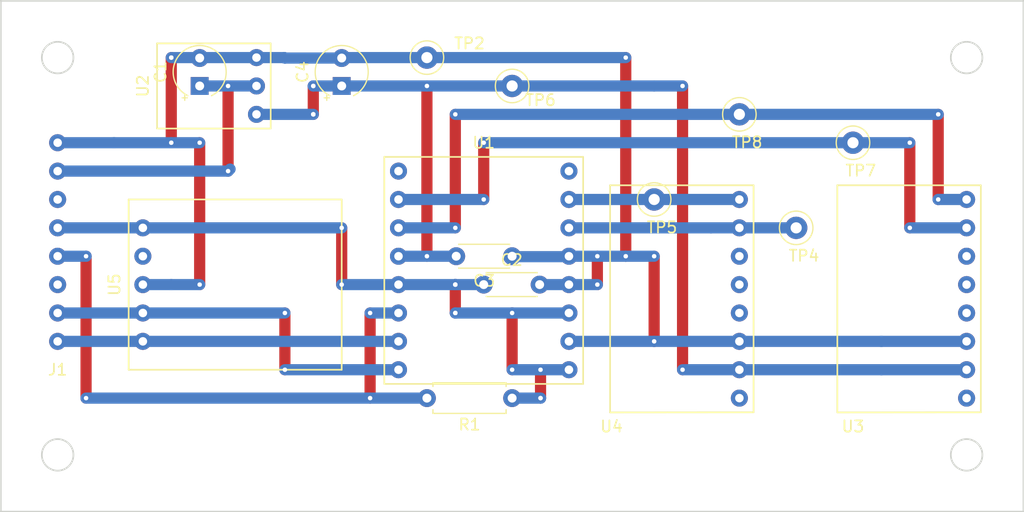
<source format=kicad_pcb>
(kicad_pcb (version 20171130) (host pcbnew "(5.0.1)-4")

  (general
    (thickness 1.6)
    (drawings 8)
    (tracks 145)
    (zones 0)
    (modules 17)
    (nets 25)
  )

  (page A4)
  (layers
    (0 F.Cu signal)
    (31 B.Cu signal)
    (32 B.Adhes user)
    (33 F.Adhes user)
    (34 B.Paste user)
    (35 F.Paste user)
    (36 B.SilkS user)
    (37 F.SilkS user)
    (38 B.Mask user)
    (39 F.Mask user)
    (40 Dwgs.User user)
    (41 Cmts.User user)
    (42 Eco1.User user)
    (43 Eco2.User user)
    (44 Edge.Cuts user)
    (45 Margin user)
    (46 B.CrtYd user)
    (47 F.CrtYd user)
    (48 B.Fab user)
    (49 F.Fab user)
  )

  (setup
    (last_trace_width 1)
    (user_trace_width 1)
    (trace_clearance 0.2)
    (zone_clearance 0.508)
    (zone_45_only no)
    (trace_min 0.2)
    (segment_width 0.2)
    (edge_width 0.15)
    (via_size 0.8)
    (via_drill 0.4)
    (via_min_size 0.4)
    (via_min_drill 0.3)
    (uvia_size 0.3)
    (uvia_drill 0.1)
    (uvias_allowed no)
    (uvia_min_size 0.2)
    (uvia_min_drill 0.1)
    (pcb_text_width 0.3)
    (pcb_text_size 1.5 1.5)
    (mod_edge_width 0.15)
    (mod_text_size 1 1)
    (mod_text_width 0.15)
    (pad_size 1.524 1.524)
    (pad_drill 0.762)
    (pad_to_mask_clearance 0.051)
    (solder_mask_min_width 0.25)
    (aux_axis_origin 0 0)
    (visible_elements 7FFFFFFF)
    (pcbplotparams
      (layerselection 0x010fc_ffffffff)
      (usegerberextensions false)
      (usegerberattributes false)
      (usegerberadvancedattributes false)
      (creategerberjobfile false)
      (excludeedgelayer true)
      (linewidth 0.100000)
      (plotframeref false)
      (viasonmask false)
      (mode 1)
      (useauxorigin false)
      (hpglpennumber 1)
      (hpglpenspeed 20)
      (hpglpendiameter 15.000000)
      (psnegative false)
      (psa4output false)
      (plotreference true)
      (plotvalue true)
      (plotinvisibletext false)
      (padsonsilk false)
      (subtractmaskfromsilk false)
      (outputformat 1)
      (mirror false)
      (drillshape 1)
      (scaleselection 1)
      (outputdirectory ""))
  )

  (net 0 "")
  (net 1 GND)
  (net 2 +3V3)
  (net 3 +3.3VA)
  (net 4 "Net-(J1-Pad3)")
  (net 5 /SCL)
  (net 6 /SDA)
  (net 7 "Net-(U1-Pad8)")
  (net 8 "Net-(U1-Pad9)")
  (net 9 "Net-(U3-Pad3)")
  (net 10 "Net-(U3-Pad4)")
  (net 11 "Net-(U3-Pad5)")
  (net 12 "Net-(U4-Pad5)")
  (net 13 "Net-(U4-Pad4)")
  (net 14 "Net-(U4-Pad3)")
  (net 15 "Net-(U5-Pad2)")
  (net 16 "Net-(J1-Pad6)")
  (net 17 /BAT)
  (net 18 /DRDY)
  (net 19 "Net-(U3-Pad8)")
  (net 20 "Net-(U4-Pad8)")
  (net 21 "Net-(TP4-Pad1)")
  (net 22 "Net-(TP5-Pad1)")
  (net 23 "Net-(TP7-Pad1)")
  (net 24 "Net-(TP8-Pad1)")

  (net_class Default "This is the default net class."
    (clearance 0.2)
    (trace_width 1)
    (via_dia 0.8)
    (via_drill 0.4)
    (uvia_dia 0.3)
    (uvia_drill 0.1)
    (add_net +3.3VA)
    (add_net +3V3)
    (add_net /BAT)
    (add_net /DRDY)
    (add_net /SCL)
    (add_net /SDA)
    (add_net GND)
    (add_net "Net-(J1-Pad3)")
    (add_net "Net-(J1-Pad6)")
    (add_net "Net-(TP4-Pad1)")
    (add_net "Net-(TP5-Pad1)")
    (add_net "Net-(TP7-Pad1)")
    (add_net "Net-(TP8-Pad1)")
    (add_net "Net-(U1-Pad8)")
    (add_net "Net-(U1-Pad9)")
    (add_net "Net-(U3-Pad3)")
    (add_net "Net-(U3-Pad4)")
    (add_net "Net-(U3-Pad5)")
    (add_net "Net-(U3-Pad8)")
    (add_net "Net-(U4-Pad3)")
    (add_net "Net-(U4-Pad4)")
    (add_net "Net-(U4-Pad5)")
    (add_net "Net-(U4-Pad8)")
    (add_net "Net-(U5-Pad2)")
  )

  (module Capacitor_THT:C_Disc_D4.3mm_W1.9mm_P5.00mm (layer F.Cu) (tedit 5AE50EF0) (tstamp 5D70E623)
    (at 76.2 63.5 180)
    (descr "C, Disc series, Radial, pin pitch=5.00mm, , diameter*width=4.3*1.9mm^2, Capacitor, http://www.vishay.com/docs/45233/krseries.pdf")
    (tags "C Disc series Radial pin pitch 5.00mm  diameter 4.3mm width 1.9mm Capacitor")
    (path /5CE780E6)
    (fp_text reference C3 (at 2.5 -2.2 180) (layer F.SilkS)
      (effects (font (size 1 1) (thickness 0.15)))
    )
    (fp_text value 0.1uF (at 2.5 2.2 180) (layer F.Fab)
      (effects (font (size 1 1) (thickness 0.15)))
    )
    (fp_text user %R (at 2.5 0 180) (layer F.Fab)
      (effects (font (size 0.86 0.86) (thickness 0.129)))
    )
    (fp_line (start 6.05 -1.2) (end -1.05 -1.2) (layer F.CrtYd) (width 0.05))
    (fp_line (start 6.05 1.2) (end 6.05 -1.2) (layer F.CrtYd) (width 0.05))
    (fp_line (start -1.05 1.2) (end 6.05 1.2) (layer F.CrtYd) (width 0.05))
    (fp_line (start -1.05 -1.2) (end -1.05 1.2) (layer F.CrtYd) (width 0.05))
    (fp_line (start 4.77 1.055) (end 4.77 1.07) (layer F.SilkS) (width 0.12))
    (fp_line (start 4.77 -1.07) (end 4.77 -1.055) (layer F.SilkS) (width 0.12))
    (fp_line (start 0.23 1.055) (end 0.23 1.07) (layer F.SilkS) (width 0.12))
    (fp_line (start 0.23 -1.07) (end 0.23 -1.055) (layer F.SilkS) (width 0.12))
    (fp_line (start 0.23 1.07) (end 4.77 1.07) (layer F.SilkS) (width 0.12))
    (fp_line (start 0.23 -1.07) (end 4.77 -1.07) (layer F.SilkS) (width 0.12))
    (fp_line (start 4.65 -0.95) (end 0.35 -0.95) (layer F.Fab) (width 0.1))
    (fp_line (start 4.65 0.95) (end 4.65 -0.95) (layer F.Fab) (width 0.1))
    (fp_line (start 0.35 0.95) (end 4.65 0.95) (layer F.Fab) (width 0.1))
    (fp_line (start 0.35 -0.95) (end 0.35 0.95) (layer F.Fab) (width 0.1))
    (pad 2 thru_hole circle (at 5 0 180) (size 1.6 1.6) (drill 0.8) (layers *.Cu *.Mask)
      (net 3 +3.3VA))
    (pad 1 thru_hole circle (at 0 0 180) (size 1.6 1.6) (drill 0.8) (layers *.Cu *.Mask)
      (net 1 GND))
    (model ${KISYS3DMOD}/Capacitor_THT.3dshapes/C_Disc_D4.3mm_W1.9mm_P5.00mm.wrl
      (at (xyz 0 0 0))
      (scale (xyz 1 1 1))
      (rotate (xyz 0 0 0))
    )
  )

  (module Capacitor_THT:C_Disc_D4.3mm_W1.9mm_P5.00mm (layer F.Cu) (tedit 5AE50EF0) (tstamp 5D70E60F)
    (at 73.66 66.04)
    (descr "C, Disc series, Radial, pin pitch=5.00mm, , diameter*width=4.3*1.9mm^2, Capacitor, http://www.vishay.com/docs/45233/krseries.pdf")
    (tags "C Disc series Radial pin pitch 5.00mm  diameter 4.3mm width 1.9mm Capacitor")
    (path /5C9D408F)
    (fp_text reference C2 (at 2.5 -2.2) (layer F.SilkS)
      (effects (font (size 1 1) (thickness 0.15)))
    )
    (fp_text value 0.1uF (at 2.5 1.27) (layer F.Fab)
      (effects (font (size 1 1) (thickness 0.15)))
    )
    (fp_text user %R (at 2.5 0) (layer F.Fab)
      (effects (font (size 0.86 0.86) (thickness 0.129)))
    )
    (fp_line (start 6.05 -1.2) (end -1.05 -1.2) (layer F.CrtYd) (width 0.05))
    (fp_line (start 6.05 1.2) (end 6.05 -1.2) (layer F.CrtYd) (width 0.05))
    (fp_line (start -1.05 1.2) (end 6.05 1.2) (layer F.CrtYd) (width 0.05))
    (fp_line (start -1.05 -1.2) (end -1.05 1.2) (layer F.CrtYd) (width 0.05))
    (fp_line (start 4.77 1.055) (end 4.77 1.07) (layer F.SilkS) (width 0.12))
    (fp_line (start 4.77 -1.07) (end 4.77 -1.055) (layer F.SilkS) (width 0.12))
    (fp_line (start 0.23 1.055) (end 0.23 1.07) (layer F.SilkS) (width 0.12))
    (fp_line (start 0.23 -1.07) (end 0.23 -1.055) (layer F.SilkS) (width 0.12))
    (fp_line (start 0.23 1.07) (end 4.77 1.07) (layer F.SilkS) (width 0.12))
    (fp_line (start 0.23 -1.07) (end 4.77 -1.07) (layer F.SilkS) (width 0.12))
    (fp_line (start 4.65 -0.95) (end 0.35 -0.95) (layer F.Fab) (width 0.1))
    (fp_line (start 4.65 0.95) (end 4.65 -0.95) (layer F.Fab) (width 0.1))
    (fp_line (start 0.35 0.95) (end 4.65 0.95) (layer F.Fab) (width 0.1))
    (fp_line (start 0.35 -0.95) (end 0.35 0.95) (layer F.Fab) (width 0.1))
    (pad 2 thru_hole circle (at 5 0) (size 1.6 1.6) (drill 0.8) (layers *.Cu *.Mask)
      (net 1 GND))
    (pad 1 thru_hole circle (at 0 0) (size 1.6 1.6) (drill 0.8) (layers *.Cu *.Mask)
      (net 2 +3V3))
    (model ${KISYS3DMOD}/Capacitor_THT.3dshapes/C_Disc_D4.3mm_W1.9mm_P5.00mm.wrl
      (at (xyz 0 0 0))
      (scale (xyz 1 1 1))
      (rotate (xyz 0 0 0))
    )
  )

  (module street_sense_footprints:RT9170_Module (layer F.Cu) (tedit 5D31F848) (tstamp 5D5784FE)
    (at 55.88 48.26 270)
    (path /5CDB8402)
    (fp_text reference U2 (at 0 12.7 270) (layer F.SilkS)
      (effects (font (size 1 1) (thickness 0.15)))
    )
    (fp_text value RT9170-3.3 (at 5.08 0 180) (layer F.Fab)
      (effects (font (size 1 1) (thickness 0.15)))
    )
    (fp_line (start -3.81 11.43) (end -3.81 1.27) (layer F.SilkS) (width 0.15))
    (fp_line (start 3.81 11.43) (end -3.81 11.43) (layer F.SilkS) (width 0.15))
    (fp_line (start 3.81 1.27) (end 3.81 11.43) (layer F.SilkS) (width 0.15))
    (fp_line (start -3.81 1.27) (end 3.81 1.27) (layer F.SilkS) (width 0.15))
    (pad 3 thru_hole circle (at 0 2.54 270) (size 1.524 1.524) (drill 0.762) (layers *.Cu *.Mask)
      (net 17 /BAT))
    (pad 2 thru_hole circle (at 2.54 2.54 270) (size 1.524 1.524) (drill 0.762) (layers *.Cu *.Mask)
      (net 3 +3.3VA))
    (pad 1 thru_hole circle (at -2.54 2.54 270) (size 1.524 1.524) (drill 0.762) (layers *.Cu *.Mask)
      (net 1 GND))
  )

  (module Capacitor_THT:CP_Radial_Tantal_D4.5mm_P2.50mm (layer F.Cu) (tedit 5AE50EF0) (tstamp 5D578488)
    (at 48.26 48.26 90)
    (descr "CP, Radial_Tantal series, Radial, pin pitch=2.50mm, , diameter=4.5mm, Tantal Electrolytic Capacitor, http://cdn-reichelt.de/documents/datenblatt/B300/TANTAL-TB-Serie%23.pdf")
    (tags "CP Radial_Tantal series Radial pin pitch 2.50mm  diameter 4.5mm Tantal Electrolytic Capacitor")
    (path /5CDC3887)
    (fp_text reference C1 (at 1.25 -3.5 90) (layer F.SilkS)
      (effects (font (size 1 1) (thickness 0.15)))
    )
    (fp_text value 10uF (at 5.08 0) (layer F.Fab)
      (effects (font (size 1 1) (thickness 0.15)))
    )
    (fp_text user %R (at -2.54 0) (layer F.Fab)
      (effects (font (size 0.9 0.9) (thickness 0.135)))
    )
    (fp_line (start -1.062288 -1.56) (end -1.062288 -1.11) (layer F.SilkS) (width 0.12))
    (fp_line (start -1.287288 -1.335) (end -0.837288 -1.335) (layer F.SilkS) (width 0.12))
    (fp_line (start -0.44308 -1.2025) (end -0.44308 -0.7525) (layer F.Fab) (width 0.1))
    (fp_line (start -0.66808 -0.9775) (end -0.21808 -0.9775) (layer F.Fab) (width 0.1))
    (fp_circle (center 1.25 0) (end 3.78 0) (layer F.CrtYd) (width 0.05))
    (fp_circle (center 1.25 0) (end 3.5 0) (layer F.Fab) (width 0.1))
    (fp_arc (start 1.25 0) (end -0.869741 -1.06) (angle 306.864288) (layer F.SilkS) (width 0.12))
    (pad 2 thru_hole circle (at 2.5 0 90) (size 1.6 1.6) (drill 0.8) (layers *.Cu *.Mask)
      (net 1 GND))
    (pad 1 thru_hole rect (at 0 0 90) (size 1.6 1.6) (drill 0.8) (layers *.Cu *.Mask)
      (net 17 /BAT))
    (model ${KISYS3DMOD}/Capacitor_THT.3dshapes/CP_Radial_Tantal_D4.5mm_P2.50mm.wrl
      (at (xyz 0 0 0))
      (scale (xyz 1 1 1))
      (rotate (xyz 0 0 0))
    )
  )

  (module Capacitor_THT:CP_Radial_Tantal_D4.5mm_P2.50mm (layer F.Cu) (tedit 5AE50EF0) (tstamp 5D5784B8)
    (at 60.96 48.26 90)
    (descr "CP, Radial_Tantal series, Radial, pin pitch=2.50mm, , diameter=4.5mm, Tantal Electrolytic Capacitor, http://cdn-reichelt.de/documents/datenblatt/B300/TANTAL-TB-Serie%23.pdf")
    (tags "CP Radial_Tantal series Radial pin pitch 2.50mm  diameter 4.5mm Tantal Electrolytic Capacitor")
    (path /5CDC93B5)
    (fp_text reference C4 (at 1.25 -3.5 90) (layer F.SilkS)
      (effects (font (size 1 1) (thickness 0.15)))
    )
    (fp_text value 10uF (at 5.08 0) (layer F.Fab)
      (effects (font (size 1 1) (thickness 0.15)))
    )
    (fp_text user %R (at -2.54 0) (layer F.Fab)
      (effects (font (size 0.9 0.9) (thickness 0.135)))
    )
    (fp_line (start -1.062288 -1.56) (end -1.062288 -1.11) (layer F.SilkS) (width 0.12))
    (fp_line (start -1.287288 -1.335) (end -0.837288 -1.335) (layer F.SilkS) (width 0.12))
    (fp_line (start -0.44308 -1.2025) (end -0.44308 -0.7525) (layer F.Fab) (width 0.1))
    (fp_line (start -0.66808 -0.9775) (end -0.21808 -0.9775) (layer F.Fab) (width 0.1))
    (fp_circle (center 1.25 0) (end 3.78 0) (layer F.CrtYd) (width 0.05))
    (fp_circle (center 1.25 0) (end 3.5 0) (layer F.Fab) (width 0.1))
    (fp_arc (start 1.25 0) (end -0.869741 -1.06) (angle 306.864288) (layer F.SilkS) (width 0.12))
    (pad 2 thru_hole circle (at 2.5 0 90) (size 1.6 1.6) (drill 0.8) (layers *.Cu *.Mask)
      (net 1 GND))
    (pad 1 thru_hole rect (at 0 0 90) (size 1.6 1.6) (drill 0.8) (layers *.Cu *.Mask)
      (net 3 +3.3VA))
    (model ${KISYS3DMOD}/Capacitor_THT.3dshapes/CP_Radial_Tantal_D4.5mm_P2.50mm.wrl
      (at (xyz 0 0 0))
      (scale (xyz 1 1 1))
      (rotate (xyz 0 0 0))
    )
  )

  (module street_sense_footprints:connector_8pin (layer F.Cu) (tedit 5D2FF736) (tstamp 5D5784C4)
    (at 35.56 50.8)
    (path /5D4CE359)
    (fp_text reference J1 (at 0 22.86) (layer F.SilkS)
      (effects (font (size 1 1) (thickness 0.15)))
    )
    (fp_text value Conn_01x08 (at 0 -0.5) (layer F.Fab)
      (effects (font (size 1 1) (thickness 0.15)))
    )
    (pad 8 thru_hole circle (at 0 20.32) (size 1.524 1.524) (drill 0.762) (layers *.Cu *.Mask)
      (net 6 /SDA))
    (pad 7 thru_hole circle (at 0 17.78) (size 1.524 1.524) (drill 0.762) (layers *.Cu *.Mask)
      (net 5 /SCL))
    (pad 6 thru_hole circle (at 0 15.24) (size 1.524 1.524) (drill 0.762) (layers *.Cu *.Mask)
      (net 16 "Net-(J1-Pad6)"))
    (pad 5 thru_hole circle (at 0 12.7) (size 1.524 1.524) (drill 0.762) (layers *.Cu *.Mask)
      (net 18 /DRDY))
    (pad 4 thru_hole circle (at 0 10.16) (size 1.524 1.524) (drill 0.762) (layers *.Cu *.Mask)
      (net 2 +3V3))
    (pad 3 thru_hole circle (at 0 7.62) (size 1.524 1.524) (drill 0.762) (layers *.Cu *.Mask)
      (net 4 "Net-(J1-Pad3)"))
    (pad 2 thru_hole circle (at 0 5.08) (size 1.524 1.524) (drill 0.762) (layers *.Cu *.Mask)
      (net 17 /BAT))
    (pad 1 thru_hole circle (at 0 2.54) (size 1.524 1.524) (drill 0.762) (layers *.Cu *.Mask)
      (net 1 GND))
  )

  (module Resistor_THT:R_Axial_DIN0207_L6.3mm_D2.5mm_P7.62mm_Horizontal (layer F.Cu) (tedit 5AE5139B) (tstamp 5D5784DB)
    (at 76.2 76.2 180)
    (descr "Resistor, Axial_DIN0207 series, Axial, Horizontal, pin pitch=7.62mm, 0.25W = 1/4W, length*diameter=6.3*2.5mm^2, http://cdn-reichelt.de/documents/datenblatt/B400/1_4W%23YAG.pdf")
    (tags "Resistor Axial_DIN0207 series Axial Horizontal pin pitch 7.62mm 0.25W = 1/4W length 6.3mm diameter 2.5mm")
    (path /5CF0F516)
    (fp_text reference R1 (at 3.81 -2.37 180) (layer F.SilkS)
      (effects (font (size 1 1) (thickness 0.15)))
    )
    (fp_text value 4.7k (at 3.81 2.37 180) (layer F.Fab)
      (effects (font (size 1 1) (thickness 0.15)))
    )
    (fp_text user %R (at 3.81 0 180) (layer F.Fab)
      (effects (font (size 1 1) (thickness 0.15)))
    )
    (fp_line (start 8.67 -1.5) (end -1.05 -1.5) (layer F.CrtYd) (width 0.05))
    (fp_line (start 8.67 1.5) (end 8.67 -1.5) (layer F.CrtYd) (width 0.05))
    (fp_line (start -1.05 1.5) (end 8.67 1.5) (layer F.CrtYd) (width 0.05))
    (fp_line (start -1.05 -1.5) (end -1.05 1.5) (layer F.CrtYd) (width 0.05))
    (fp_line (start 7.08 1.37) (end 7.08 1.04) (layer F.SilkS) (width 0.12))
    (fp_line (start 0.54 1.37) (end 7.08 1.37) (layer F.SilkS) (width 0.12))
    (fp_line (start 0.54 1.04) (end 0.54 1.37) (layer F.SilkS) (width 0.12))
    (fp_line (start 7.08 -1.37) (end 7.08 -1.04) (layer F.SilkS) (width 0.12))
    (fp_line (start 0.54 -1.37) (end 7.08 -1.37) (layer F.SilkS) (width 0.12))
    (fp_line (start 0.54 -1.04) (end 0.54 -1.37) (layer F.SilkS) (width 0.12))
    (fp_line (start 7.62 0) (end 6.96 0) (layer F.Fab) (width 0.1))
    (fp_line (start 0 0) (end 0.66 0) (layer F.Fab) (width 0.1))
    (fp_line (start 6.96 -1.25) (end 0.66 -1.25) (layer F.Fab) (width 0.1))
    (fp_line (start 6.96 1.25) (end 6.96 -1.25) (layer F.Fab) (width 0.1))
    (fp_line (start 0.66 1.25) (end 6.96 1.25) (layer F.Fab) (width 0.1))
    (fp_line (start 0.66 -1.25) (end 0.66 1.25) (layer F.Fab) (width 0.1))
    (pad 2 thru_hole oval (at 7.62 0 180) (size 1.6 1.6) (drill 0.8) (layers *.Cu *.Mask)
      (net 18 /DRDY))
    (pad 1 thru_hole circle (at 0 0 180) (size 1.6 1.6) (drill 0.8) (layers *.Cu *.Mask)
      (net 2 +3V3))
    (model ${KISYS3DMOD}/Resistor_THT.3dshapes/R_Axial_DIN0207_L6.3mm_D2.5mm_P7.62mm_Horizontal.wrl
      (at (xyz 0 0 0))
      (scale (xyz 1 1 1))
      (rotate (xyz 0 0 0))
    )
  )

  (module street_sense_footprints:ADS1219_Module (layer F.Cu) (tedit 5D31F715) (tstamp 5D5784F3)
    (at 76.2 76.2 180)
    (path /5C904167)
    (fp_text reference U1 (at 2.54 22.86 180) (layer F.SilkS)
      (effects (font (size 1 1) (thickness 0.15)))
    )
    (fp_text value ADS1219 (at 10.16 22.86 180) (layer F.Fab)
      (effects (font (size 1 1) (thickness 0.15)))
    )
    (fp_line (start -6.35 21.59) (end -6.35 1.27) (layer F.SilkS) (width 0.15))
    (fp_line (start 11.43 21.59) (end -6.35 21.59) (layer F.SilkS) (width 0.15))
    (fp_line (start 11.43 1.27) (end 11.43 21.59) (layer F.SilkS) (width 0.15))
    (fp_line (start -6.35 1.27) (end 11.43 1.27) (layer F.SilkS) (width 0.15))
    (pad 16 thru_hole circle (at 10.16 2.54 180) (size 1.524 1.524) (drill 0.762) (layers *.Cu *.Mask)
      (net 5 /SCL))
    (pad 15 thru_hole circle (at 10.16 5.08 180) (size 1.524 1.524) (drill 0.762) (layers *.Cu *.Mask)
      (net 6 /SDA))
    (pad 14 thru_hole circle (at 10.16 7.62 180) (size 1.524 1.524) (drill 0.762) (layers *.Cu *.Mask)
      (net 18 /DRDY))
    (pad 13 thru_hole circle (at 10.16 10.16 180) (size 1.524 1.524) (drill 0.762) (layers *.Cu *.Mask)
      (net 2 +3V3))
    (pad 12 thru_hole circle (at 10.16 12.7 180) (size 1.524 1.524) (drill 0.762) (layers *.Cu *.Mask)
      (net 3 +3.3VA))
    (pad 11 thru_hole circle (at 10.16 15.24 180) (size 1.524 1.524) (drill 0.762) (layers *.Cu *.Mask)
      (net 24 "Net-(TP8-Pad1)"))
    (pad 10 thru_hole circle (at 10.16 17.78 180) (size 1.524 1.524) (drill 0.762) (layers *.Cu *.Mask)
      (net 23 "Net-(TP7-Pad1)"))
    (pad 9 thru_hole circle (at 10.16 20.32 180) (size 1.524 1.524) (drill 0.762) (layers *.Cu *.Mask)
      (net 8 "Net-(U1-Pad9)"))
    (pad 8 thru_hole circle (at -5.08 20.32 180) (size 1.524 1.524) (drill 0.762) (layers *.Cu *.Mask)
      (net 7 "Net-(U1-Pad8)"))
    (pad 7 thru_hole circle (at -5.08 17.78 180) (size 1.524 1.524) (drill 0.762) (layers *.Cu *.Mask)
      (net 22 "Net-(TP5-Pad1)"))
    (pad 6 thru_hole circle (at -5.08 15.24 180) (size 1.524 1.524) (drill 0.762) (layers *.Cu *.Mask)
      (net 21 "Net-(TP4-Pad1)"))
    (pad 5 thru_hole circle (at -5.08 12.7 180) (size 1.524 1.524) (drill 0.762) (layers *.Cu *.Mask)
      (net 1 GND))
    (pad 4 thru_hole circle (at -5.08 10.16 180) (size 1.524 1.524) (drill 0.762) (layers *.Cu *.Mask)
      (net 1 GND))
    (pad 3 thru_hole circle (at -5.08 7.62 180) (size 1.524 1.524) (drill 0.762) (layers *.Cu *.Mask)
      (net 2 +3V3))
    (pad 2 thru_hole circle (at -5.08 5.08 180) (size 1.524 1.524) (drill 0.762) (layers *.Cu *.Mask)
      (net 1 GND))
    (pad 1 thru_hole circle (at -5.08 2.54 180) (size 1.524 1.524) (drill 0.762) (layers *.Cu *.Mask)
      (net 2 +3V3))
  )

  (module street_sense_footprints:Spec_Sensor_ULPSM_Module (layer F.Cu) (tedit 5D3234BA) (tstamp 5D57850E)
    (at 119.38 68.58 270)
    (path /5C65D94F)
    (fp_text reference U3 (at 10.16 12.7 180) (layer F.SilkS)
      (effects (font (size 1 1) (thickness 0.15)))
    )
    (fp_text value ULPSM-O3 (at 10.42 7.38 180) (layer F.Fab)
      (effects (font (size 1 1) (thickness 0.15)))
    )
    (fp_line (start -11.43 14.11) (end -11.43 1.27) (layer F.SilkS) (width 0.15))
    (fp_line (start 8.9 14.1) (end -11.42 14.1) (layer F.SilkS) (width 0.15))
    (fp_line (start 8.89 1.27) (end 8.9 14.1) (layer F.SilkS) (width 0.15))
    (fp_line (start -11.43 1.27) (end 8.89 1.27) (layer F.SilkS) (width 0.15))
    (pad 8 thru_hole circle (at 7.62 2.54 270) (size 1.524 1.524) (drill 0.762) (layers *.Cu *.Mask)
      (net 19 "Net-(U3-Pad8)"))
    (pad 7 thru_hole circle (at 5.08 2.54 270) (size 1.524 1.524) (drill 0.762) (layers *.Cu *.Mask)
      (net 3 +3.3VA))
    (pad 6 thru_hole circle (at 2.54 2.54 270) (size 1.524 1.524) (drill 0.762) (layers *.Cu *.Mask)
      (net 1 GND))
    (pad 5 thru_hole circle (at 0 2.54 270) (size 1.524 1.524) (drill 0.762) (layers *.Cu *.Mask)
      (net 11 "Net-(U3-Pad5)"))
    (pad 4 thru_hole circle (at -2.54 2.54 270) (size 1.524 1.524) (drill 0.762) (layers *.Cu *.Mask)
      (net 10 "Net-(U3-Pad4)"))
    (pad 3 thru_hole circle (at -5.08 2.54 270) (size 1.524 1.524) (drill 0.762) (layers *.Cu *.Mask)
      (net 9 "Net-(U3-Pad3)"))
    (pad 2 thru_hole circle (at -7.62 2.54 270) (size 1.524 1.524) (drill 0.762) (layers *.Cu *.Mask)
      (net 23 "Net-(TP7-Pad1)"))
    (pad 1 thru_hole circle (at -10.16 2.54 270) (size 1.524 1.524) (drill 0.762) (layers *.Cu *.Mask)
      (net 24 "Net-(TP8-Pad1)"))
  )

  (module street_sense_footprints:Spec_Sensor_ULPSM_Module (layer F.Cu) (tedit 5D3234BA) (tstamp 5D57851E)
    (at 99.06 68.58 270)
    (path /5C65DB1D)
    (fp_text reference U4 (at 10.16 13.97 180) (layer F.SilkS)
      (effects (font (size 1 1) (thickness 0.15)))
    )
    (fp_text value ULPSM-NO2 (at 10.42 7.06 180) (layer F.Fab)
      (effects (font (size 1 1) (thickness 0.15)))
    )
    (fp_line (start -11.43 14.11) (end -11.43 1.27) (layer F.SilkS) (width 0.15))
    (fp_line (start 8.9 14.1) (end -11.42 14.1) (layer F.SilkS) (width 0.15))
    (fp_line (start 8.89 1.27) (end 8.9 14.1) (layer F.SilkS) (width 0.15))
    (fp_line (start -11.43 1.27) (end 8.89 1.27) (layer F.SilkS) (width 0.15))
    (pad 8 thru_hole circle (at 7.62 2.54 270) (size 1.524 1.524) (drill 0.762) (layers *.Cu *.Mask)
      (net 20 "Net-(U4-Pad8)"))
    (pad 7 thru_hole circle (at 5.08 2.54 270) (size 1.524 1.524) (drill 0.762) (layers *.Cu *.Mask)
      (net 3 +3.3VA))
    (pad 6 thru_hole circle (at 2.54 2.54 270) (size 1.524 1.524) (drill 0.762) (layers *.Cu *.Mask)
      (net 1 GND))
    (pad 5 thru_hole circle (at 0 2.54 270) (size 1.524 1.524) (drill 0.762) (layers *.Cu *.Mask)
      (net 12 "Net-(U4-Pad5)"))
    (pad 4 thru_hole circle (at -2.54 2.54 270) (size 1.524 1.524) (drill 0.762) (layers *.Cu *.Mask)
      (net 13 "Net-(U4-Pad4)"))
    (pad 3 thru_hole circle (at -5.08 2.54 270) (size 1.524 1.524) (drill 0.762) (layers *.Cu *.Mask)
      (net 14 "Net-(U4-Pad3)"))
    (pad 2 thru_hole circle (at -7.62 2.54 270) (size 1.524 1.524) (drill 0.762) (layers *.Cu *.Mask)
      (net 21 "Net-(TP4-Pad1)"))
    (pad 1 thru_hole circle (at -10.16 2.54 270) (size 1.524 1.524) (drill 0.762) (layers *.Cu *.Mask)
      (net 22 "Net-(TP5-Pad1)"))
  )

  (module street_sense_footprints:Si7021_Module (layer F.Cu) (tedit 5D31FFCF) (tstamp 5D57852B)
    (at 53.34 66.04 270)
    (path /5C99F1F0)
    (fp_text reference U5 (at 0 12.7 270) (layer F.SilkS)
      (effects (font (size 1 1) (thickness 0.15)))
    )
    (fp_text value Si7021_Module (at 8.57 2.45 180) (layer F.Fab)
      (effects (font (size 1 1) (thickness 0.15)))
    )
    (fp_line (start -7.62 -7.62) (end -7.62 11.43) (layer F.SilkS) (width 0.15))
    (fp_line (start 7.62 -7.62) (end -7.62 -7.62) (layer F.SilkS) (width 0.15))
    (fp_line (start 7.62 11.43) (end 7.62 -7.62) (layer F.SilkS) (width 0.15))
    (fp_line (start -7.62 11.43) (end 7.62 11.43) (layer F.SilkS) (width 0.15))
    (pad 5 thru_hole circle (at 5.08 10.16 270) (size 1.524 1.524) (drill 0.762) (layers *.Cu *.Mask)
      (net 6 /SDA))
    (pad 4 thru_hole circle (at 2.54 10.16 270) (size 1.524 1.524) (drill 0.762) (layers *.Cu *.Mask)
      (net 5 /SCL))
    (pad 3 thru_hole circle (at 0 10.16 270) (size 1.524 1.524) (drill 0.762) (layers *.Cu *.Mask)
      (net 1 GND))
    (pad 2 thru_hole circle (at -2.54 10.16 270) (size 1.524 1.524) (drill 0.762) (layers *.Cu *.Mask)
      (net 15 "Net-(U5-Pad2)"))
    (pad 1 thru_hole circle (at -5.08 10.16 270) (size 1.524 1.524) (drill 0.762) (layers *.Cu *.Mask)
      (net 2 +3V3))
  )

  (module TestPoint:TestPoint_Loop_D2.50mm_Drill1.0mm (layer F.Cu) (tedit 5A0F774F) (tstamp 5D7E08E9)
    (at 68.58 45.72)
    (descr "wire loop as test point, loop diameter 2.5mm, hole diameter 1.0mm")
    (tags "test point wire loop bead")
    (path /5D32CD30)
    (fp_text reference TP2 (at 3.81 -1.27) (layer F.SilkS)
      (effects (font (size 1 1) (thickness 0.15)))
    )
    (fp_text value TestPoint (at 0 -3.81) (layer F.Fab)
      (effects (font (size 1 1) (thickness 0.15)))
    )
    (fp_line (start -1.3 -0.2) (end -1.3 0.2) (layer F.Fab) (width 0.12))
    (fp_line (start -1.3 0.2) (end 1.3 0.2) (layer F.Fab) (width 0.12))
    (fp_line (start 1.3 0.2) (end 1.3 -0.2) (layer F.Fab) (width 0.12))
    (fp_line (start 1.3 -0.2) (end -1.3 -0.2) (layer F.Fab) (width 0.12))
    (fp_circle (center 0 0) (end 1.8 0) (layer F.CrtYd) (width 0.05))
    (fp_circle (center 0 0) (end 1.5 0) (layer F.SilkS) (width 0.12))
    (fp_text user %R (at 0 -2.54) (layer F.Fab)
      (effects (font (size 1 1) (thickness 0.15)))
    )
    (pad 1 thru_hole circle (at 0 0) (size 2 2) (drill 1) (layers *.Cu *.Mask)
      (net 1 GND))
    (model ${KISYS3DMOD}/TestPoint.3dshapes/TestPoint_Loop_D2.50mm_Drill1.0mm.wrl
      (at (xyz 0 0 0))
      (scale (xyz 1 1 1))
      (rotate (xyz 0 0 0))
    )
  )

  (module TestPoint:TestPoint_Loop_D2.50mm_Drill1.0mm (layer F.Cu) (tedit 5A0F774F) (tstamp 5D7E0901)
    (at 101.6 60.96)
    (descr "wire loop as test point, loop diameter 2.5mm, hole diameter 1.0mm")
    (tags "test point wire loop bead")
    (path /5D327569)
    (fp_text reference TP4 (at 0.7 2.5) (layer F.SilkS)
      (effects (font (size 1 1) (thickness 0.15)))
    )
    (fp_text value TestPoint (at 0 -3.81) (layer F.Fab)
      (effects (font (size 1 1) (thickness 0.15)))
    )
    (fp_line (start -1.3 -0.2) (end -1.3 0.2) (layer F.Fab) (width 0.12))
    (fp_line (start -1.3 0.2) (end 1.3 0.2) (layer F.Fab) (width 0.12))
    (fp_line (start 1.3 0.2) (end 1.3 -0.2) (layer F.Fab) (width 0.12))
    (fp_line (start 1.3 -0.2) (end -1.3 -0.2) (layer F.Fab) (width 0.12))
    (fp_circle (center 0 0) (end 1.8 0) (layer F.CrtYd) (width 0.05))
    (fp_circle (center 0 0) (end 1.5 0) (layer F.SilkS) (width 0.12))
    (fp_text user %R (at 0 -2.54) (layer F.Fab)
      (effects (font (size 1 1) (thickness 0.15)))
    )
    (pad 1 thru_hole circle (at 0 0) (size 2 2) (drill 1) (layers *.Cu *.Mask)
      (net 21 "Net-(TP4-Pad1)"))
    (model ${KISYS3DMOD}/TestPoint.3dshapes/TestPoint_Loop_D2.50mm_Drill1.0mm.wrl
      (at (xyz 0 0 0))
      (scale (xyz 1 1 1))
      (rotate (xyz 0 0 0))
    )
  )

  (module TestPoint:TestPoint_Loop_D2.50mm_Drill1.0mm (layer F.Cu) (tedit 5A0F774F) (tstamp 5D7E090D)
    (at 88.9 58.42)
    (descr "wire loop as test point, loop diameter 2.5mm, hole diameter 1.0mm")
    (tags "test point wire loop bead")
    (path /5D3273D8)
    (fp_text reference TP5 (at 0.7 2.5) (layer F.SilkS)
      (effects (font (size 1 1) (thickness 0.15)))
    )
    (fp_text value TestPoint (at 0 -3.81) (layer F.Fab)
      (effects (font (size 1 1) (thickness 0.15)))
    )
    (fp_text user %R (at 0 -2.54) (layer F.Fab)
      (effects (font (size 1 1) (thickness 0.15)))
    )
    (fp_circle (center 0 0) (end 1.5 0) (layer F.SilkS) (width 0.12))
    (fp_circle (center 0 0) (end 1.8 0) (layer F.CrtYd) (width 0.05))
    (fp_line (start 1.3 -0.2) (end -1.3 -0.2) (layer F.Fab) (width 0.12))
    (fp_line (start 1.3 0.2) (end 1.3 -0.2) (layer F.Fab) (width 0.12))
    (fp_line (start -1.3 0.2) (end 1.3 0.2) (layer F.Fab) (width 0.12))
    (fp_line (start -1.3 -0.2) (end -1.3 0.2) (layer F.Fab) (width 0.12))
    (pad 1 thru_hole circle (at 0 0) (size 2 2) (drill 1) (layers *.Cu *.Mask)
      (net 22 "Net-(TP5-Pad1)"))
    (model ${KISYS3DMOD}/TestPoint.3dshapes/TestPoint_Loop_D2.50mm_Drill1.0mm.wrl
      (at (xyz 0 0 0))
      (scale (xyz 1 1 1))
      (rotate (xyz 0 0 0))
    )
  )

  (module TestPoint:TestPoint_Loop_D2.50mm_Drill1.0mm (layer F.Cu) (tedit 5A0F774F) (tstamp 5D7E0919)
    (at 76.2 48.26)
    (descr "wire loop as test point, loop diameter 2.5mm, hole diameter 1.0mm")
    (tags "test point wire loop bead")
    (path /5D327912)
    (fp_text reference TP6 (at 2.54 1.27) (layer F.SilkS)
      (effects (font (size 1 1) (thickness 0.15)))
    )
    (fp_text value TestPoint (at 0 -5.08) (layer F.Fab)
      (effects (font (size 1 1) (thickness 0.15)))
    )
    (fp_text user %R (at 0 -3.81) (layer F.Fab)
      (effects (font (size 1 1) (thickness 0.15)))
    )
    (fp_circle (center 0 0) (end 1.5 0) (layer F.SilkS) (width 0.12))
    (fp_circle (center 0 0) (end 1.8 0) (layer F.CrtYd) (width 0.05))
    (fp_line (start 1.3 -0.2) (end -1.3 -0.2) (layer F.Fab) (width 0.12))
    (fp_line (start 1.3 0.2) (end 1.3 -0.2) (layer F.Fab) (width 0.12))
    (fp_line (start -1.3 0.2) (end 1.3 0.2) (layer F.Fab) (width 0.12))
    (fp_line (start -1.3 -0.2) (end -1.3 0.2) (layer F.Fab) (width 0.12))
    (pad 1 thru_hole circle (at 0 0) (size 2 2) (drill 1) (layers *.Cu *.Mask)
      (net 3 +3.3VA))
    (model ${KISYS3DMOD}/TestPoint.3dshapes/TestPoint_Loop_D2.50mm_Drill1.0mm.wrl
      (at (xyz 0 0 0))
      (scale (xyz 1 1 1))
      (rotate (xyz 0 0 0))
    )
  )

  (module TestPoint:TestPoint_Loop_D2.50mm_Drill1.0mm (layer F.Cu) (tedit 5A0F774F) (tstamp 5D7E0925)
    (at 106.68 53.34)
    (descr "wire loop as test point, loop diameter 2.5mm, hole diameter 1.0mm")
    (tags "test point wire loop bead")
    (path /5D3276FB)
    (fp_text reference TP7 (at 0.7 2.5) (layer F.SilkS)
      (effects (font (size 1 1) (thickness 0.15)))
    )
    (fp_text value TestPoint (at -1.27 -6.35) (layer F.Fab)
      (effects (font (size 1 1) (thickness 0.15)))
    )
    (fp_line (start -1.3 -0.2) (end -1.3 0.2) (layer F.Fab) (width 0.12))
    (fp_line (start -1.3 0.2) (end 1.3 0.2) (layer F.Fab) (width 0.12))
    (fp_line (start 1.3 0.2) (end 1.3 -0.2) (layer F.Fab) (width 0.12))
    (fp_line (start 1.3 -0.2) (end -1.3 -0.2) (layer F.Fab) (width 0.12))
    (fp_circle (center 0 0) (end 1.8 0) (layer F.CrtYd) (width 0.05))
    (fp_circle (center 0 0) (end 1.5 0) (layer F.SilkS) (width 0.12))
    (fp_text user %R (at 0 -5.08) (layer F.Fab)
      (effects (font (size 1 1) (thickness 0.15)))
    )
    (pad 1 thru_hole circle (at 0 0) (size 2 2) (drill 1) (layers *.Cu *.Mask)
      (net 23 "Net-(TP7-Pad1)"))
    (model ${KISYS3DMOD}/TestPoint.3dshapes/TestPoint_Loop_D2.50mm_Drill1.0mm.wrl
      (at (xyz 0 0 0))
      (scale (xyz 1 1 1))
      (rotate (xyz 0 0 0))
    )
  )

  (module TestPoint:TestPoint_Loop_D2.50mm_Drill1.0mm (layer F.Cu) (tedit 5A0F774F) (tstamp 5D7E0931)
    (at 96.52 50.8)
    (descr "wire loop as test point, loop diameter 2.5mm, hole diameter 1.0mm")
    (tags "test point wire loop bead")
    (path /5D327640)
    (fp_text reference TP8 (at 0.7 2.5) (layer F.SilkS)
      (effects (font (size 1 1) (thickness 0.15)))
    )
    (fp_text value TestPoint (at 0 -3.81) (layer F.Fab)
      (effects (font (size 1 1) (thickness 0.15)))
    )
    (fp_text user %R (at 0 -2.54) (layer F.Fab)
      (effects (font (size 1 1) (thickness 0.15)))
    )
    (fp_circle (center 0 0) (end 1.5 0) (layer F.SilkS) (width 0.12))
    (fp_circle (center 0 0) (end 1.8 0) (layer F.CrtYd) (width 0.05))
    (fp_line (start 1.3 -0.2) (end -1.3 -0.2) (layer F.Fab) (width 0.12))
    (fp_line (start 1.3 0.2) (end 1.3 -0.2) (layer F.Fab) (width 0.12))
    (fp_line (start -1.3 0.2) (end 1.3 0.2) (layer F.Fab) (width 0.12))
    (fp_line (start -1.3 -0.2) (end -1.3 0.2) (layer F.Fab) (width 0.12))
    (pad 1 thru_hole circle (at 0 0) (size 2 2) (drill 1) (layers *.Cu *.Mask)
      (net 24 "Net-(TP8-Pad1)"))
    (model ${KISYS3DMOD}/TestPoint.3dshapes/TestPoint_Loop_D2.50mm_Drill1.0mm.wrl
      (at (xyz 0 0 0))
      (scale (xyz 1 1 1))
      (rotate (xyz 0 0 0))
    )
  )

  (gr_line (start 121.92 40.64) (end 30.48 40.64) (layer Edge.Cuts) (width 0.15))
  (gr_circle (center 35.56 45.72) (end 36.974214 45.72) (layer Edge.Cuts) (width 0.15) (tstamp 5D7139C5))
  (gr_circle (center 35.56 81.28) (end 36.974214 81.28) (layer Edge.Cuts) (width 0.15) (tstamp 5D7139C3))
  (gr_circle (center 116.84 45.72) (end 115.84 46.72) (layer Edge.Cuts) (width 0.15))
  (gr_circle (center 116.84 81.28) (end 118.254214 81.28) (layer Edge.Cuts) (width 0.15))
  (gr_line (start 121.92 40.64) (end 121.92 86.36) (layer Edge.Cuts) (width 0.15))
  (gr_line (start 30.48 86.36) (end 30.48 40.64) (layer Edge.Cuts) (width 0.15))
  (gr_line (start 121.92 86.36) (end 30.48 86.36) (layer Edge.Cuts) (width 0.15))

  (via (at 81.28 66.04) (size 0.8) (drill 0.4) (layers F.Cu B.Cu) (net 1))
  (via (at 83.82 66.04) (size 0.8) (drill 0.4) (layers F.Cu B.Cu) (net 1))
  (segment (start 83.82 66.04) (end 81.28 66.04) (width 1) (layer B.Cu) (net 1))
  (segment (start 81.24 63.54) (end 81.28 63.5) (width 1) (layer B.Cu) (net 1))
  (segment (start 76.2 63.54) (end 81.24 63.54) (width 1) (layer B.Cu) (net 1))
  (segment (start 76.2 63.5) (end 76.2 63.54) (width 1) (layer B.Cu) (net 1))
  (segment (start 83.82 63.5) (end 83.82 66.04) (width 1) (layer F.Cu) (net 1))
  (via (at 83.82 63.5) (size 0.8) (drill 0.4) (layers F.Cu B.Cu) (net 1))
  (segment (start 81.28 66.04) (end 78.7 66.04) (width 1) (layer B.Cu) (net 1))
  (segment (start 86.36 63.5) (end 86.36 63.5) (width 1) (layer B.Cu) (net 1))
  (segment (start 86.36 63.5) (end 81.28 63.5) (width 1) (layer B.Cu) (net 1) (tstamp 5D6418EB))
  (via (at 86.36 63.5) (size 0.8) (drill 0.4) (layers F.Cu B.Cu) (net 1))
  (via (at 88.9 71.12) (size 0.8) (drill 0.4) (layers F.Cu B.Cu) (net 1))
  (segment (start 88.9 71.12) (end 81.28 71.12) (width 1) (layer B.Cu) (net 1))
  (via (at 88.9 63.5) (size 0.8) (drill 0.4) (layers F.Cu B.Cu) (net 1))
  (segment (start 88.9 71.12) (end 88.9 63.5) (width 1) (layer F.Cu) (net 1))
  (segment (start 88.9 63.5) (end 86.36 63.5) (width 1) (layer B.Cu) (net 1))
  (via (at 86.36 45.72) (size 0.8) (drill 0.4) (layers F.Cu B.Cu) (net 1))
  (segment (start 55.88 45.76) (end 55.88 45.76) (width 1) (layer B.Cu) (net 1))
  (via (at 60.96 45.76) (size 0.8) (drill 0.4) (layers F.Cu B.Cu) (net 1))
  (segment (start 55.88 45.76) (end 60.96 45.76) (width 1) (layer B.Cu) (net 1) (tstamp 5D640FDA))
  (segment (start 86.36 63.5) (end 86.36 45.72) (width 1) (layer F.Cu) (net 1))
  (segment (start 45.72 53.34) (end 45.72 45.72) (width 1) (layer F.Cu) (net 1))
  (segment (start 55.84 45.72) (end 55.88 45.76) (width 1) (layer B.Cu) (net 1))
  (segment (start 45.72 45.72) (end 55.84 45.72) (width 1) (layer B.Cu) (net 1) (tstamp 5D641B6F))
  (via (at 45.72 45.72) (size 0.8) (drill 0.4) (layers F.Cu B.Cu) (net 1))
  (via (at 45.72 45.72) (size 0.8) (drill 0.4) (layers F.Cu B.Cu) (net 1))
  (via (at 45.72 53.34) (size 0.8) (drill 0.4) (layers F.Cu B.Cu) (net 1))
  (segment (start 45.72 53.34) (end 48.26 53.34) (width 1) (layer B.Cu) (net 1))
  (via (at 48.26 53.34) (size 0.8) (drill 0.4) (layers F.Cu B.Cu) (net 1))
  (segment (start 109.22 71.12) (end 116.84 71.12) (width 1) (layer B.Cu) (net 1))
  (segment (start 88.9 71.12) (end 109.22 71.12) (width 1) (layer B.Cu) (net 1))
  (segment (start 61 45.72) (end 60.96 45.76) (width 1) (layer B.Cu) (net 1))
  (segment (start 86.36 45.72) (end 61 45.72) (width 1) (layer B.Cu) (net 1))
  (segment (start 48.26 53.34) (end 48.26 66.04) (width 1) (layer F.Cu) (net 1))
  (segment (start 48.26 66.04) (end 45.72 66.04) (width 1) (layer B.Cu) (net 1))
  (segment (start 45.72 66.04) (end 43.18 66.04) (width 1) (layer B.Cu) (net 1))
  (via (at 48.26 66.04) (size 0.8) (drill 0.4) (layers F.Cu B.Cu) (net 1))
  (segment (start 40.6 53.34) (end 35.56 53.34) (width 1) (layer B.Cu) (net 1))
  (segment (start 45.72 53.34) (end 40.6 53.34) (width 1) (layer B.Cu) (net 1))
  (via (at 60.96 66.04) (size 0.8) (drill 0.4) (layers F.Cu B.Cu) (net 2))
  (segment (start 35.56 60.96) (end 60.96 60.96) (width 1) (layer B.Cu) (net 2))
  (segment (start 60.96 60.96) (end 60.96 66.04) (width 1) (layer F.Cu) (net 2))
  (via (at 60.96 60.96) (size 0.8) (drill 0.4) (layers F.Cu B.Cu) (net 2))
  (segment (start 76.2 68.58) (end 76.2 73.66) (width 1) (layer F.Cu) (net 2))
  (segment (start 76.2 76.2) (end 78.74 76.2) (width 1) (layer B.Cu) (net 2))
  (segment (start 78.74 76.2) (end 78.74 76.2) (width 1) (layer B.Cu) (net 2) (tstamp 5D64137C))
  (via (at 78.74 76.2) (size 0.8) (drill 0.4) (layers F.Cu B.Cu) (net 2))
  (segment (start 78.74 76.2) (end 78.74 76.2) (width 1) (layer B.Cu) (net 2) (tstamp 5D64137E))
  (via (at 78.74 76.2) (size 0.8) (drill 0.4) (layers F.Cu B.Cu) (net 2))
  (segment (start 78.74 73.66) (end 81.28 73.66) (width 1) (layer B.Cu) (net 2) (tstamp 5D641380))
  (via (at 78.74 73.66) (size 0.8) (drill 0.4) (layers F.Cu B.Cu) (net 2))
  (segment (start 78.74 73.66) (end 78.74 76.2) (width 1) (layer F.Cu) (net 2))
  (segment (start 76.2 73.66) (end 78.74 73.66) (width 1) (layer B.Cu) (net 2))
  (via (at 76.2 73.66) (size 0.8) (drill 0.4) (layers F.Cu B.Cu) (net 2))
  (via (at 76.2 68.58) (size 0.8) (drill 0.4) (layers F.Cu B.Cu) (net 2))
  (segment (start 81.28 68.58) (end 76.2 68.58) (width 1) (layer B.Cu) (net 2))
  (segment (start 60.96 66.04) (end 71.12 66.04) (width 1) (layer B.Cu) (net 2))
  (segment (start 76.2 68.58) (end 71.12 68.58) (width 1) (layer B.Cu) (net 2))
  (via (at 71.12 68.58) (size 0.8) (drill 0.4) (layers F.Cu B.Cu) (net 2))
  (segment (start 71.12 66.04) (end 73.66 66.04) (width 1) (layer B.Cu) (net 2) (tstamp 5D6418B2))
  (via (at 71.12 66.04) (size 0.8) (drill 0.4) (layers F.Cu B.Cu) (net 2))
  (segment (start 71.12 66.04) (end 71.12 66.04) (width 1) (layer B.Cu) (net 2) (tstamp 5D6418B4))
  (via (at 71.12 66.04) (size 0.8) (drill 0.4) (layers F.Cu B.Cu) (net 2))
  (segment (start 71.12 68.58) (end 71.12 68.58) (width 1) (layer B.Cu) (net 2) (tstamp 5D6418B6))
  (via (at 71.12 68.58) (size 0.8) (drill 0.4) (layers F.Cu B.Cu) (net 2))
  (segment (start 71.12 66.04) (end 71.12 66.04) (width 1) (layer B.Cu) (net 2) (tstamp 5D6418B8))
  (via (at 71.12 66.04) (size 0.8) (drill 0.4) (layers F.Cu B.Cu) (net 2))
  (segment (start 71.12 66.04) (end 71.12 68.58) (width 1) (layer F.Cu) (net 2))
  (via (at 68.58 63.5) (size 0.8) (drill 0.4) (layers F.Cu B.Cu) (net 3))
  (segment (start 66.04 63.5) (end 68.58 63.5) (width 1) (layer B.Cu) (net 3))
  (via (at 68.58 48.26) (size 0.8) (drill 0.4) (layers F.Cu B.Cu) (net 3))
  (via (at 91.44 73.66) (size 0.8) (drill 0.4) (layers F.Cu B.Cu) (net 3))
  (segment (start 68.58 63.5) (end 71.12 63.5) (width 1) (layer B.Cu) (net 3))
  (via (at 91.44 48.26) (size 0.8) (drill 0.4) (layers F.Cu B.Cu) (net 3))
  (segment (start 58.42 48.26) (end 58.42 50.8) (width 1) (layer F.Cu) (net 3))
  (via (at 58.42 50.8) (size 0.8) (drill 0.4) (layers F.Cu B.Cu) (net 3) (tstamp 5D640FE0))
  (via (at 58.42 50.8) (size 0.8) (drill 0.4) (layers F.Cu B.Cu) (net 3))
  (via (at 58.42 50.8) (size 0.8) (drill 0.4) (layers F.Cu B.Cu) (net 3))
  (segment (start 53.34 50.8) (end 58.42 50.8) (width 1) (layer B.Cu) (net 3))
  (segment (start 58.42 48.26) (end 58.42 48.26) (width 1) (layer B.Cu) (net 3))
  (segment (start 58.42 48.26) (end 58.42 48.26) (width 1) (layer B.Cu) (net 3) (tstamp 5D640FDE))
  (via (at 58.42 48.26) (size 0.8) (drill 0.4) (layers F.Cu B.Cu) (net 3))
  (via (at 58.42 48.26) (size 0.8) (drill 0.4) (layers F.Cu B.Cu) (net 3))
  (segment (start 58.42 48.26) (end 60.96 48.26) (width 1) (layer B.Cu) (net 3) (tstamp 5D640FDC))
  (segment (start 60.96 48.26) (end 68.58 48.26) (width 1) (layer B.Cu) (net 3))
  (segment (start 88.9 48.26) (end 91.44 48.26) (width 1) (layer B.Cu) (net 3))
  (segment (start 86.36 48.26) (end 88.9 48.26) (width 1) (layer B.Cu) (net 3) (tstamp 5D6418ED))
  (segment (start 68.58 48.26) (end 86.36 48.26) (width 1) (layer B.Cu) (net 3))
  (segment (start 68.58 63.5) (end 68.58 48.26) (width 1) (layer F.Cu) (net 3))
  (segment (start 91.44 73.66) (end 91.44 48.26) (width 1) (layer F.Cu) (net 3))
  (segment (start 109.22 73.66) (end 116.84 73.66) (width 1) (layer B.Cu) (net 3))
  (segment (start 91.44 73.66) (end 109.22 73.66) (width 1) (layer B.Cu) (net 3))
  (segment (start 55.88 68.58) (end 55.88 68.58) (width 0.25) (layer B.Cu) (net 5) (tstamp 5D640E1C))
  (via (at 55.88 68.58) (size 0.8) (drill 0.4) (layers F.Cu B.Cu) (net 5))
  (segment (start 55.88 73.66) (end 55.88 73.66) (width 0.25) (layer B.Cu) (net 5) (tstamp 5D640E1E))
  (via (at 55.88 73.66) (size 0.8) (drill 0.4) (layers F.Cu B.Cu) (net 5))
  (segment (start 35.56 68.58) (end 55.88 68.58) (width 1) (layer B.Cu) (net 5))
  (segment (start 55.88 73.66) (end 66.04 73.66) (width 1) (layer B.Cu) (net 5))
  (segment (start 55.88 68.58) (end 55.88 73.66) (width 1) (layer F.Cu) (net 5))
  (segment (start 35.56 71.12) (end 66.04 71.12) (width 1) (layer B.Cu) (net 6))
  (segment (start 50.98 48.26) (end 53.34 48.26) (width 1) (layer B.Cu) (net 17))
  (segment (start 35.56 55.88) (end 50.8 55.88) (width 1) (layer B.Cu) (net 17))
  (via (at 50.8 55.88) (size 0.8) (drill 0.4) (layers F.Cu B.Cu) (net 17))
  (segment (start 50.98 55.7) (end 50.8 55.88) (width 1) (layer B.Cu) (net 17))
  (segment (start 50.8 55.88) (end 50.8 48.26) (width 1) (layer F.Cu) (net 17))
  (via (at 50.8 48.26) (size 0.8) (drill 0.4) (layers F.Cu B.Cu) (net 17))
  (segment (start 50.8 48.26) (end 48.26 48.26) (width 1) (layer B.Cu) (net 17))
  (segment (start 63.5 68.58) (end 63.5 68.58) (width 0.5) (layer F.Cu) (net 18))
  (segment (start 63.5 76.2) (end 63.5 76.2) (width 0.5) (layer F.Cu) (net 18) (tstamp 5D640EDD))
  (via (at 63.5 76.2) (size 0.8) (drill 0.4) (layers F.Cu B.Cu) (net 18))
  (segment (start 63.5 68.58) (end 63.5 76.2) (width 1) (layer F.Cu) (net 18) (tstamp 5D640EDF))
  (via (at 63.5 68.58) (size 0.8) (drill 0.4) (layers F.Cu B.Cu) (net 18))
  (segment (start 35.56 63.5) (end 38.1 63.5) (width 1) (layer B.Cu) (net 18))
  (segment (start 38.1 63.5) (end 38.1 63.5) (width 1) (layer B.Cu) (net 18) (tstamp 5D640EB5))
  (via (at 38.1 63.5) (size 0.8) (drill 0.4) (layers F.Cu B.Cu) (net 18))
  (segment (start 38.1 63.5) (end 38.1 76.2) (width 1) (layer F.Cu) (net 18))
  (segment (start 38.1 76.2) (end 38.1 76.2) (width 0.5) (layer F.Cu) (net 18) (tstamp 5D640EDB))
  (via (at 38.1 76.2) (size 0.8) (drill 0.4) (layers F.Cu B.Cu) (net 18))
  (segment (start 38.1 76.2) (end 63.5 76.2) (width 1) (layer B.Cu) (net 18))
  (segment (start 63.5 68.58) (end 66.04 68.58) (width 1) (layer B.Cu) (net 18))
  (segment (start 63.5 76.2) (end 68.58 76.2) (width 1) (layer B.Cu) (net 18))
  (segment (start 93.98 60.96) (end 96.52 60.96) (width 1) (layer B.Cu) (net 21))
  (segment (start 81.28 60.96) (end 93.98 60.96) (width 1) (layer B.Cu) (net 21))
  (segment (start 96.52 60.96) (end 101.6 60.96) (width 1) (layer B.Cu) (net 21))
  (segment (start 96.52 58.42) (end 81.28 58.42) (width 1) (layer B.Cu) (net 22))
  (via (at 73.66 58.42) (size 0.8) (drill 0.4) (layers F.Cu B.Cu) (net 23))
  (segment (start 66.04 58.42) (end 73.66 58.42) (width 1) (layer B.Cu) (net 23))
  (via (at 73.66 53.34) (size 0.8) (drill 0.4) (layers F.Cu B.Cu) (net 23))
  (segment (start 73.66 58.42) (end 73.66 53.34) (width 1) (layer F.Cu) (net 23))
  (via (at 111.76 60.96) (size 0.8) (drill 0.4) (layers F.Cu B.Cu) (net 23))
  (via (at 111.76 53.34) (size 0.8) (drill 0.4) (layers F.Cu B.Cu) (net 23))
  (segment (start 111.76 53.34) (end 111.76 60.96) (width 1) (layer F.Cu) (net 23))
  (segment (start 73.66 53.34) (end 111.76 53.34) (width 1) (layer B.Cu) (net 23))
  (segment (start 116.84 60.96) (end 111.76 60.96) (width 1) (layer B.Cu) (net 23))
  (segment (start 116.84 58.42) (end 114.3 58.42) (width 1) (layer B.Cu) (net 24))
  (via (at 114.3 50.8) (size 0.8) (drill 0.4) (layers F.Cu B.Cu) (net 24))
  (segment (start 114.3 58.42) (end 114.3 50.8) (width 1) (layer F.Cu) (net 24))
  (via (at 71.12 50.8) (size 0.8) (drill 0.4) (layers F.Cu B.Cu) (net 24))
  (via (at 71.12 60.96) (size 0.8) (drill 0.4) (layers F.Cu B.Cu) (net 24))
  (segment (start 71.12 50.8) (end 71.12 60.96) (width 1) (layer F.Cu) (net 24))
  (segment (start 71.12 60.96) (end 66.04 60.96) (width 1) (layer B.Cu) (net 24))
  (segment (start 114.3 50.8) (end 71.12 50.8) (width 1) (layer B.Cu) (net 24))
  (segment (start 114.3 58.42) (end 114.3 58.42) (width 1) (layer B.Cu) (net 24) (tstamp 5D7E1446))
  (via (at 114.3 58.42) (size 0.8) (drill 0.4) (layers F.Cu B.Cu) (net 24))

)

</source>
